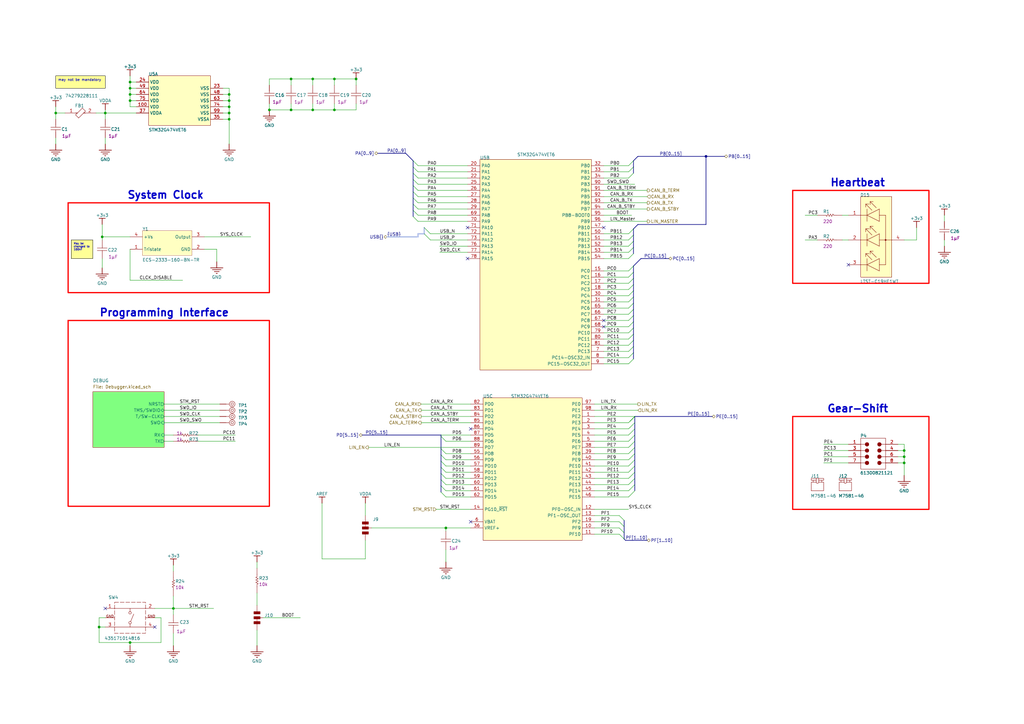
<source format=kicad_sch>
(kicad_sch (version 20250114) (generator "eeschema") (generator_version "9.0")
  (paper "User" 419.989 297.002)
  (title_block (title "ARDEP µC Implementation"))
  (rectangle (start 110.49 131.445) (end 27.94 207.645) (stroke (width 0.508) (color 255 0 0 1)))
  (rectangle (start 381 78.105) (end 325.12 116.205) (stroke (width 0.508) (color 255 0 0 1)))
  (rectangle (start 110.49 83.185) (end 27.94 120.015) (stroke (width 0.508) (color 255 0 0 1)))
  (rectangle (start 381 170.815) (end 325.12 208.915) (stroke (width 0.508) (color 255 0 0 1)))
  (text "Gear-Shift" (at 339.09 169.545 0) (effects (font (size 3.048 3.048) (thickness 0.6096) (bold yes)) (justify left bottom)))
  (text "Programming Interface" (at 40.64 130.175 0) (effects (font (size 3.048 3.048) (thickness 0.6096) (bold yes)) (justify left bottom)))
  (text "Heartbeat" (at 340.36 76.835 0) (effects (font (size 3.048 3.048) (thickness 0.6096) (bold yes)) (justify left bottom)))
  (text "Text" (at 234.95 -4.445 0) (effects (font (size 1.27 1.27)) (justify left bottom)))
  (text "System Clock" (at 52.07 81.915 0) (effects (font (size 3.048 3.048) (thickness 0.6096) (bold yes)) (justify left bottom)))
  (text_box "May be changed to 100nF" (at 38.1 98.425 0) (size -8.89 7.62) (margins 0.9525 0.9525 0.9525 0.9525) (stroke (width 0) (color 0 0 0 1)) (fill (type color) (color 255 255 150 1)) (effects (font (size 0.762 0.762)) (justify left top)))
  (text_box "may not be mandatory" (at 43.18 31.115 0) (size -20.32 5.08) (margins 0.9525 0.9525 0.9525 0.9525) (stroke (width 0) (color 0 0 0 1)) (fill (type color) (color 255 255 150 1)) (effects (font (size 1.016 1.016)) (justify left top)))
  (junction (at 119.38 32.385))
  (junction (at 110.49 45.085))
  (junction (at 289.56 64.135))
  (junction (at 53.34 38.735))
  (junction (at 370.84 189.865))
  (junction (at 43.18 46.355))
  (junction (at 370.84 187.325))
  (junction (at 93.98 38.735))
  (junction (at 53.34 36.195))
  (junction (at 41.91 97.155))
  (junction (at 137.16 45.085))
  (junction (at 146.05 32.385))
  (junction (at 71.12 249.555))
  (junction (at 93.98 48.895))
  (junction (at 119.38 45.085))
  (junction (at 93.98 41.275))
  (junction (at 53.34 41.275))
  (junction (at 53.34 263.525))
  (junction (at 128.27 45.085))
  (junction (at 93.98 46.355))
  (junction (at 137.16 32.385))
  (junction (at 22.86 46.355))
  (junction (at 53.34 33.655))
  (junction (at 128.27 32.385))
  (junction (at 370.84 184.785))
  (junction (at 40.64 257.175))
  (junction (at 182.88 216.535))
  (junction (at 93.98 43.815))
  (no_connect (at 247.65 93.345))
  (no_connect (at 193.04 213.995))
  (no_connect (at 63.5 257.175))
  (no_connect (at 193.04 175.895))
  (no_connect (at 191.77 106.045))
  (no_connect (at 43.18 249.555))
  (no_connect (at 247.65 131.445))
  (no_connect (at 247.65 133.985))
  (no_connect (at 191.77 93.345))
  (no_connect (at 347.98 108.585))
  (bus_entry (at 260.35 186.055) (size -2 2))
  (bus_entry (at 169.45 65.945) (size 2 2))
  (bus_entry (at 259.81 116.745) (size -2 2))
  (bus_entry (at 180.88 196.755) (size 2 2))
  (bus_entry (at 259.81 144.685) (size -2 2))
  (bus_entry (at 259.81 96.425) (size -2 2))
  (bus_entry (at 256 215.995) (size -2 -2))
  (bus_entry (at 260.35 173.355) (size -2 2))
  (bus_entry (at 176.53 98.425) (size -2.54 -2.54))
  (bus_entry (at 180.88 178.975) (size 2 2))
  (bus_entry (at 259.81 68.485) (size -2 2))
  (bus_entry (at 180.88 186.595) (size 2 2))
  (bus_entry (at 259.81 137.065) (size -2 2))
  (bus_entry (at 259.81 147.225) (size -2 2))
  (bus_entry (at 260.35 201.295) (size -2 2))
  (bus_entry (at 180.88 189.135) (size 2 2))
  (bus_entry (at 180.88 194.215) (size 2 2))
  (bus_entry (at 256 218.535) (size -2 -2))
  (bus_entry (at 171.45 73.025) (size -2 -2))
  (bus_entry (at 169.45 88.805) (size 2 2))
  (bus_entry (at 169.45 86.265) (size 2 2))
  (bus_entry (at 260.35 170.815) (size -2 2))
  (bus_entry (at 176.53 95.885) (size -2.54 -2.54))
  (bus_entry (at 259.81 134.525) (size -2 2))
  (bus_entry (at 260.35 196.215) (size -2 2))
  (bus_entry (at 180.88 184.055) (size 2 2))
  (bus_entry (at 260.35 198.755) (size -2 2))
  (bus_entry (at 259.81 129.445) (size -2 2))
  (bus_entry (at 259.81 101.505) (size -2 2))
  (bus_entry (at 259.81 104.045) (size -2 2))
  (bus_entry (at 260.35 180.975) (size -2 2))
  (bus_entry (at 169.45 78.645) (size 2 2))
  (bus_entry (at 259.81 98.965) (size -2 2))
  (bus_entry (at 259.81 124.365) (size -2 2))
  (bus_entry (at 259.81 119.285) (size -2 2))
  (bus_entry (at 259.81 114.205) (size -2 2))
  (bus_entry (at 171.45 70.485) (size -2 -2))
  (bus_entry (at 260.35 170.815) (size -2 2))
  (bus_entry (at 259.81 111.665) (size -2 2))
  (bus_entry (at 259.81 109.125) (size -2 2))
  (bus_entry (at 260.35 191.135) (size -2 2))
  (bus_entry (at 259.81 131.985) (size -2 2))
  (bus_entry (at 180.88 201.835) (size 2 2))
  (bus_entry (at 260.35 188.595) (size -2 2))
  (bus_entry (at 180.88 191.675) (size 2 2))
  (bus_entry (at 180.88 199.295) (size 2 2))
  (bus_entry (at 169.45 76.105) (size 2 2))
  (bus_entry (at 169.45 81.185) (size 2 2))
  (bus_entry (at 259.81 71.025) (size -2 2))
  (bus_entry (at 256 213.455) (size -2 -2))
  (bus_entry (at 260.35 175.895) (size -2 2))
  (bus_entry (at 259.81 93.885) (size -2 2))
  (bus_entry (at 259.81 65.945) (size -2 2))
  (bus_entry (at 259.81 121.825) (size -2 2))
  (bus_entry (at 171.45 75.565) (size -2 -2))
  (bus_entry (at 260.35 178.435) (size -2 2))
  (bus_entry (at 259.81 142.145) (size -2 2))
  (bus_entry (at 260.35 193.675) (size -2 2))
  (bus_entry (at 260.35 183.515) (size -2 2))
  (bus_entry (at 259.81 139.605) (size -2 2))
  (bus_entry (at 259.81 126.905) (size -2 2))
  (bus_entry (at 169.45 83.725) (size 2 2))
  (bus_entry (at 256 221.075) (size -2 -2))
  (wire (pts (xy 265.43 80.645) (xy 247.65 80.645)))
  (wire (pts (xy 247.65 133.985) (xy 257.81 133.985)))
  (wire (pts (xy 66.04 263.525) (xy 66.04 253.365)))
  (wire (pts (xy 347.98 184.785) (xy 337.82 184.785)))
  (bus (pts (xy 261.62 64.135) (xy 259.81 65.945)) (stroke (width 0.254)))
  (wire (pts (xy 71.12 180.975) (xy 67.31 180.975)))
  (wire (pts (xy 257.81 198.755) (xy 243.84 198.755)))
  (wire (pts (xy 258.35 200.755) (xy 257.81 201.295)))
  (wire (pts (xy 247.65 103.505) (xy 257.81 103.505)))
  (wire (pts (xy 258.35 190.595) (xy 257.81 191.135)))
  (wire (pts (xy 247.65 128.905) (xy 257.81 128.905)))
  (bus (pts (xy 260.35 201.295) (xy 260.35 198.755)) (stroke (width 0.254)))
  (bus (pts (xy 259.81 129.445) (xy 259.81 131.985)) (stroke (width 0.254)))
  (wire (pts (xy 26.67 46.355) (xy 22.86 46.355)))
  (wire (pts (xy 93.98 36.195) (xy 91.44 36.195)))
  (wire (pts (xy 110.49 34.925) (xy 110.49 32.385)))
  (wire (pts (xy 172.72 170.815) (xy 193.04 170.815)))
  (bus (pts (xy 259.81 119.285) (xy 259.81 121.825)) (stroke (width 0.254)))
  (wire (pts (xy 243.84 168.275) (xy 261.62 168.275)))
  (wire (pts (xy 22.86 56.515) (xy 22.86 59.055)))
  (wire (pts (xy 88.9 102.235) (xy 83.82 102.235)))
  (wire (pts (xy 370.84 184.785) (xy 370.84 182.245)))
  (bus (pts (xy 180.88 184.055) (xy 180.88 186.595)) (stroke (width 0.254)))
  (wire (pts (xy 151.13 183.515) (xy 193.04 183.515)))
  (wire (pts (xy 71.12 249.555) (xy 63.5 249.555)))
  (bus (pts (xy 260.35 178.435) (xy 260.35 175.895)) (stroke (width 0.254)))
  (bus (pts (xy 259.81 93.885) (xy 259.81 96.425)) (stroke (width 0.254)))
  (bus (pts (xy 289.56 64.135) (xy 289.56 92.075)) (stroke (width 0.254)))
  (wire (pts (xy 347.98 98.425) (xy 345.44 98.425)))
  (bus (pts (xy 259.81 124.365) (xy 259.81 126.905)) (stroke (width 0.254)))
  (wire (pts (xy 191.77 78.105) (xy 171.45 78.105)))
  (wire (pts (xy 88.9 107.315) (xy 88.9 102.235)))
  (wire (pts (xy 193.04 196.215) (xy 182.88 196.215)))
  (wire (pts (xy 146.05 32.385) (xy 146.05 34.925)))
  (bus (pts (xy 260.35 191.135) (xy 260.35 188.595)) (stroke (width 0.254)))
  (wire (pts (xy 191.77 83.185) (xy 171.45 83.185)))
  (wire (pts (xy 347.98 88.265) (xy 345.44 88.265)))
  (wire (pts (xy 387.35 100.965) (xy 387.35 98.425)))
  (bus (pts (xy 259.81 116.745) (xy 259.81 119.285)) (stroke (width 0.254)))
  (wire (pts (xy 258.35 198.215) (xy 257.81 198.755)))
  (wire (pts (xy 53.34 36.195) (xy 53.34 38.735)))
  (wire (pts (xy 55.88 41.275) (xy 53.34 41.275)))
  (wire (pts (xy 93.98 41.275) (xy 91.44 41.275)))
  (wire (pts (xy 193.04 168.275) (xy 172.72 168.275)))
  (bus (pts (xy 297.18 64.135) (xy 289.56 64.135)) (stroke (width 0.254)))
  (wire (pts (xy 191.77 88.265) (xy 171.45 88.265)))
  (bus (pts (xy 289.56 64.135) (xy 261.62 64.135)) (stroke (width 0.254)))
  (wire (pts (xy 71.12 249.555) (xy 71.12 244.475)))
  (bus (pts (xy 256 213.455) (xy 256 215.995)) (stroke (width 0.254)))
  (wire (pts (xy 247.65 73.025) (xy 257.81 73.025)))
  (bus (pts (xy 259.81 134.525) (xy 259.81 137.065)) (stroke (width 0.254)))
  (bus (pts (xy 169.45 78.645) (xy 169.45 76.105)) (stroke (width 0.254)))
  (wire (pts (xy 93.98 48.895) (xy 93.98 46.355)))
  (wire (pts (xy 257.81 203.835) (xy 243.84 203.835)))
  (bus (pts (xy 173.99 95.885) (xy 173.99 93.345)) (stroke (width 0.508) (color 173 188 231 1)))
  (wire (pts (xy 347.98 187.325) (xy 337.82 187.325)))
  (wire (pts (xy 66.04 253.365) (xy 63.5 253.365)))
  (wire (pts (xy 137.16 45.085) (xy 146.05 45.085)))
  (wire (pts (xy 247.65 139.065) (xy 257.81 139.065)))
  (bus (pts (xy 169.45 65.945) (xy 166.37 62.865)) (stroke (width 0.254)))
  (bus (pts (xy 256 218.535) (xy 256 221.075)) (stroke (width 0.254)))
  (wire (pts (xy 243.84 219.075) (xy 254 219.075)))
  (wire (pts (xy 335.28 88.265) (xy 330.2 88.265)))
  (wire (pts (xy 258.35 193.135) (xy 257.81 193.675)))
  (bus (pts (xy 169.45 81.185) (xy 169.45 78.645)) (stroke (width 0.254)))
  (bus (pts (xy 169.45 86.265) (xy 169.45 83.725)) (stroke (width 0.254)))
  (wire (pts (xy 132.08 229.235) (xy 132.08 206.375)))
  (wire (pts (xy 258.35 185.515) (xy 257.81 186.055)))
  (bus (pts (xy 173.99 95.885) (xy 171.45 95.885)) (stroke (width 0.508) (color 173 188 231 1)))
  (wire (pts (xy 243.84 216.535) (xy 254 216.535)))
  (bus (pts (xy 259.81 111.665) (xy 259.81 114.205)) (stroke (width 0.254)))
  (bus (pts (xy 180.88 199.295) (xy 180.88 201.835)) (stroke (width 0.254)))
  (bus (pts (xy 259.81 144.685) (xy 259.81 147.225)) (stroke (width 0.254)))
  (wire (pts (xy 182.88 216.535) (xy 182.88 217.805)))
  (wire (pts (xy 119.38 32.385) (xy 128.27 32.385)))
  (wire (pts (xy 193.04 198.755) (xy 182.88 198.755)))
  (wire (pts (xy 93.98 46.355) (xy 93.98 43.815)))
  (bus (pts (xy 260.35 183.515) (xy 260.35 180.975)) (stroke (width 0.254)))
  (wire (pts (xy 53.34 264.795) (xy 53.34 263.525)))
  (wire (pts (xy 119.38 45.085) (xy 128.27 45.085)))
  (wire (pts (xy 191.77 80.645) (xy 171.45 80.645)))
  (wire (pts (xy 243.84 208.915) (xy 257.81 208.915)))
  (wire (pts (xy 193.04 165.735) (xy 172.72 165.735)))
  (wire (pts (xy 128.27 45.085) (xy 128.27 42.545)))
  (wire (pts (xy 247.65 111.125) (xy 257.81 111.125)))
  (wire (pts (xy 137.16 32.385) (xy 146.05 32.385)))
  (bus (pts (xy 260.35 193.675) (xy 260.35 191.135)) (stroke (width 0.254)))
  (wire (pts (xy 247.65 67.945) (xy 257.81 67.945)))
  (wire (pts (xy 90.17 168.275) (xy 67.31 168.275)))
  (wire (pts (xy 387.35 88.265) (xy 387.35 90.805)))
  (bus (pts (xy 259.81 142.145) (xy 259.81 144.685)) (stroke (width 0.254)))
  (wire (pts (xy 247.65 118.745) (xy 257.81 118.745)))
  (wire (pts (xy 247.65 113.665) (xy 257.81 113.665)))
  (bus (pts (xy 260.35 196.215) (xy 260.35 193.675)) (stroke (width 0.254)))
  (wire (pts (xy 83.82 97.155) (xy 102.87 97.155)))
  (wire (pts (xy 257.81 106.045) (xy 247.65 106.045)))
  (wire (pts (xy 193.04 201.295) (xy 182.88 201.295)))
  (wire (pts (xy 105.41 258.445) (xy 105.41 264.795)))
  (bus (pts (xy 158.75 97.155) (xy 171.45 97.155)) (stroke (width 0.508) (color 173 188 231 1)))
  (bus (pts (xy 256.54 221.615) (xy 265.43 221.615)) (stroke (width 0.254)))
  (wire (pts (xy 43.18 257.175) (xy 40.64 257.175)))
  (wire (pts (xy 41.91 109.855) (xy 41.91 106.045)))
  (bus (pts (xy 169.45 88.805) (xy 169.45 86.265)) (stroke (width 0.254)))
  (wire (pts (xy 347.98 182.245) (xy 337.82 182.245)))
  (wire (pts (xy 182.88 216.535) (xy 193.04 216.535)))
  (wire (pts (xy 258.35 195.675) (xy 257.81 196.215)))
  (wire (pts (xy 254 211.455) (xy 243.84 211.455)))
  (wire (pts (xy 93.98 48.895) (xy 91.44 48.895)))
  (wire (pts (xy 370.84 187.325) (xy 370.84 184.785)))
  (wire (pts (xy 93.98 38.735) (xy 91.44 38.735)))
  (bus (pts (xy 169.45 76.105) (xy 169.45 73.565)) (stroke (width 0.254)))
  (bus (pts (xy 169.45 71.025) (xy 169.45 68.485)) (stroke (width 0.254)))
  (wire (pts (xy 370.84 184.785) (xy 368.3 184.785)))
  (wire (pts (xy 90.17 173.355) (xy 67.31 173.355)))
  (wire (pts (xy 375.92 93.345) (xy 375.92 98.425)))
  (bus (pts (xy 259.81 137.065) (xy 259.81 139.605)) (stroke (width 0.254)))
  (wire (pts (xy 53.34 114.935) (xy 74.93 114.935)))
  (wire (pts (xy 93.98 43.815) (xy 91.44 43.815)))
  (wire (pts (xy 247.65 131.445) (xy 257.81 131.445)))
  (bus (pts (xy 180.88 178.975) (xy 180.88 184.055)) (stroke (width 0.254)))
  (wire (pts (xy 110.49 42.545) (xy 110.49 45.085)))
  (wire (pts (xy 247.65 141.605) (xy 257.81 141.605)))
  (wire (pts (xy 93.98 59.055) (xy 93.98 48.895)))
  (wire (pts (xy 53.34 43.815) (xy 55.88 43.815)))
  (bus (pts (xy 259.81 126.905) (xy 259.81 129.445)) (stroke (width 0.254)))
  (wire (pts (xy 40.64 263.525) (xy 53.34 263.525)))
  (wire (pts (xy 247.65 149.225) (xy 257.81 149.225)))
  (bus (pts (xy 171.45 95.885) (xy 171.45 97.155)) (stroke (width 0.508) (color 173 188 231 1)))
  (wire (pts (xy 247.65 90.805) (xy 265.43 90.805)))
  (wire (pts (xy 191.77 85.725) (xy 171.45 85.725)))
  (wire (pts (xy 96.52 178.435) (xy 81.28 178.435)))
  (wire (pts (xy 265.43 85.725) (xy 247.65 85.725)))
  (wire (pts (xy 93.98 46.355) (xy 91.44 46.355)))
  (wire (pts (xy 243.84 175.895) (xy 257.81 175.895)))
  (wire (pts (xy 258.35 182.975) (xy 257.81 183.515)))
  (wire (pts (xy 193.04 193.675) (xy 182.88 193.675)))
  (wire (pts (xy 258.35 188.055) (xy 257.81 188.595)))
  (wire (pts (xy 43.18 253.365) (xy 40.64 253.365)))
  (wire (pts (xy 243.84 173.355) (xy 257.81 173.355)))
  (wire (pts (xy 265.43 83.185) (xy 247.65 83.185)))
  (wire (pts (xy 335.28 98.425) (xy 330.2 98.425)))
  (wire (pts (xy 110.49 45.085) (xy 119.38 45.085)))
  (wire (pts (xy 93.98 43.815) (xy 93.98 41.275)))
  (wire (pts (xy 193.04 173.355) (xy 172.72 173.355)))
  (wire (pts (xy 119.38 32.385) (xy 119.38 34.925)))
  (wire (pts (xy 43.18 59.055) (xy 43.18 56.515)))
  (wire (pts (xy 257.81 196.215) (xy 243.84 196.215)))
  (wire (pts (xy 53.34 33.655) (xy 55.88 33.655)))
  (wire (pts (xy 93.98 41.275) (xy 93.98 38.735)))
  (wire (pts (xy 182.88 230.505) (xy 182.88 225.425)))
  (wire (pts (xy 43.18 46.355) (xy 43.18 48.895)))
  (wire (pts (xy 41.91 97.155) (xy 41.91 92.075)))
  (bus (pts (xy 259.81 139.605) (xy 259.81 142.145)) (stroke (width 0.254)))
  (bus (pts (xy 256 221.075) (xy 256.54 221.615)) (stroke (width 0.254)))
  (wire (pts (xy 149.86 206.375) (xy 149.86 211.455)))
  (wire (pts (xy 105.41 243.205) (xy 105.41 248.285)))
  (bus (pts (xy 180.88 191.675) (xy 180.88 194.215)) (stroke (width 0.254)))
  (wire (pts (xy 22.86 46.355) (xy 22.86 43.815)))
  (wire (pts (xy 128.27 45.085) (xy 137.16 45.085)))
  (bus (pts (xy 259.81 114.205) (xy 259.81 116.745)) (stroke (width 0.254)))
  (wire (pts (xy 257.81 180.975) (xy 243.84 180.975)))
  (bus (pts (xy 260.35 180.975) (xy 260.35 178.435)) (stroke (width 0.254)))
  (wire (pts (xy 53.34 33.655) (xy 53.34 36.195)))
  (wire (pts (xy 71.12 249.555) (xy 87.63 249.555)))
  (wire (pts (xy 247.65 146.685) (xy 257.81 146.685)))
  (wire (pts (xy 247.65 121.285) (xy 257.81 121.285)))
  (wire (pts (xy 178.922 208.915) (xy 193.04 208.915)))
  (wire (pts (xy 149.86 229.235) (xy 132.08 229.235)))
  (wire (pts (xy 370.84 182.245) (xy 368.3 182.245)))
  (bus (pts (xy 148.59 178.435) (xy 180.88 178.435)) (stroke (width 0.254)))
  (bus (pts (xy 169.45 73.565) (xy 169.45 71.025)) (stroke (width 0.254)))
  (wire (pts (xy 137.16 45.085) (xy 137.16 42.545)))
  (bus (pts (xy 180.88 178.435) (xy 180.88 178.975)) (stroke (width 0.254)))
  (wire (pts (xy 40.64 257.175) (xy 40.64 263.525)))
  (wire (pts (xy 149.86 221.615) (xy 149.86 229.235)))
  (wire (pts (xy 40.64 253.365) (xy 40.64 257.175)))
  (wire (pts (xy 128.27 32.385) (xy 128.27 34.925)))
  (bus (pts (xy 259.81 101.505) (xy 259.81 104.045)) (stroke (width 0.254)))
  (wire (pts (xy 247.65 144.145) (xy 257.81 144.145)))
  (wire (pts (xy 53.34 41.275) (xy 53.34 43.815)))
  (bus (pts (xy 260.35 198.755) (xy 260.35 196.215)) (stroke (width 0.254)))
  (wire (pts (xy 254 213.995) (xy 243.84 213.995)))
  (wire (pts (xy 243.84 165.735) (xy 261.62 165.735)))
  (wire (pts (xy 247.65 100.965) (xy 257.81 100.965)))
  (wire (pts (xy 71.12 252.095) (xy 71.12 249.555)))
  (wire (pts (xy 71.12 264.795) (xy 71.12 259.715)))
  (wire (pts (xy 137.16 32.385) (xy 137.16 34.925)))
  (wire (pts (xy 191.77 103.505) (xy 180.34 103.505)))
  (bus (pts (xy 274.32 106.045) (xy 262.89 106.045)) (stroke (width 0.254)))
  (bus (pts (xy 180.88 194.215) (xy 180.88 196.755)) (stroke (width 0.254)))
  (bus (pts (xy 256 215.995) (xy 256 218.535)) (stroke (width 0.254)))
  (wire (pts (xy 81.28 180.975) (xy 96.52 180.975)))
  (wire (pts (xy 53.34 263.525) (xy 66.04 263.525)))
  (wire (pts (xy 90.17 165.735) (xy 67.31 165.735)))
  (wire (pts (xy 193.04 203.835) (xy 182.88 203.835)))
  (wire (pts (xy 347.98 189.865) (xy 337.82 189.865)))
  (bus (pts (xy 180.88 186.595) (xy 180.88 189.135)) (stroke (width 0.254)))
  (wire (pts (xy 105.41 230.505) (xy 105.41 233.045)))
  (wire (pts (xy 191.77 73.025) (xy 171.45 73.025)))
  (wire (pts (xy 53.34 38.735) (xy 53.34 41.275)))
  (wire (pts (xy 71.12 231.775) (xy 71.12 234.315)))
  (wire (pts (xy 257.81 186.055) (xy 243.84 186.055)))
  (wire (pts (xy 375.92 98.425) (xy 370.84 98.425)))
  (bus (pts (xy 180.88 196.755) (xy 180.88 199.295)) (stroke (width 0.254)))
  (wire (pts (xy 191.77 90.805) (xy 171.45 90.805)))
  (bus (pts (xy 259.81 98.965) (xy 259.81 101.505)) (stroke (width 0.254)))
  (wire (pts (xy 191.77 75.565) (xy 171.45 75.565)))
  (bus (pts (xy 259.81 131.985) (xy 259.81 134.525)) (stroke (width 0.254)))
  (bus (pts (xy 259.81 109.125) (xy 259.81 111.665)) (stroke (width 0.254)))
  (wire (pts (xy 257.81 201.295) (xy 243.84 201.295)))
  (bus (pts (xy 261.62 92.075) (xy 259.81 93.885)) (stroke (width 0.254)))
  (wire (pts (xy 243.84 170.815) (xy 260.35 170.815)))
  (wire (pts (xy 247.65 88.265) (xy 259.08 88.265)))
  (wire (pts (xy 257.81 193.675) (xy 243.84 193.675)))
  (wire (pts (xy 370.84 189.865) (xy 368.3 189.865)))
  (wire (pts (xy 247.65 136.525) (xy 257.81 136.525)))
  (wire (pts (xy 247.65 126.365) (xy 257.81 126.365)))
  (wire (pts (xy 257.81 175.895) (xy 258.35 175.355)))
  (wire (pts (xy 258.35 177.895) (xy 257.81 178.435)))
  (bus (pts (xy 262.89 106.045) (xy 259.81 109.125)) (stroke (width 0.254)))
  (wire (pts (xy 41.91 98.425) (xy 41.91 97.155)))
  (wire (pts (xy 257.81 191.135) (xy 243.84 191.135)))
  (wire (pts (xy 110.49 32.385) (xy 119.38 32.385)))
  (wire (pts (xy 257.81 173.355) (xy 258.35 172.815)))
  (bus (pts (xy 169.45 83.725) (xy 169.45 81.185)) (stroke (width 0.254)))
  (wire (pts (xy 43.18 46.355) (xy 55.88 46.355)))
  (bus (pts (xy 169.45 68.485) (xy 169.45 65.945)) (stroke (width 0.254)))
  (bus (pts (xy 260.35 173.355) (xy 260.35 170.815)) (stroke (width 0.254)))
  (wire (pts (xy 93.98 38.735) (xy 93.98 36.195)))
  (bus (pts (xy 260.35 188.595) (xy 260.35 186.055)) (stroke (width 0.254)))
  (wire (pts (xy 247.65 70.485) (xy 257.81 70.485)))
  (wire (pts (xy 370.84 187.325) (xy 368.3 187.325)))
  (bus (pts (xy 260.35 186.055) (xy 260.35 183.515)) (stroke (width 0.254)))
  (wire (pts (xy 257.81 98.425) (xy 247.65 98.425)))
  (wire (pts (xy 176.53 95.885) (xy 191.77 95.885)))
  (wire (pts (xy 370.84 194.945) (xy 370.84 189.865)))
  (wire (pts (xy 247.65 116.205) (xy 257.81 116.205)))
  (wire (pts (xy 258.35 203.295) (xy 257.81 203.835)))
  (wire (pts (xy 128.27 32.385) (xy 137.16 32.385)))
  (wire (pts (xy 193.04 191.135) (xy 182.88 191.135)))
  (wire (pts (xy 22.86 48.895) (xy 22.86 46.355)))
  (wire (pts (xy 53.34 38.735) (xy 55.88 38.735)))
  (wire (pts (xy 53.34 31.115) (xy 53.34 33.655)))
  (wire (pts (xy 176.53 98.425) (xy 191.77 98.425)))
  (wire (pts (xy 370.84 189.865) (xy 370.84 187.325)))
  (wire (pts (xy 43.18 46.355) (xy 43.18 45.085)))
  (bus (pts (xy 259.81 96.425) (xy 259.81 98.965)) (stroke (width 0.254)))
  (wire (pts (xy 257.81 178.435) (xy 243.84 178.435)))
  (wire (pts (xy 193.04 178.435) (xy 180.88 178.435)))
  (wire (pts (xy 265.43 78.105) (xy 247.65 78.105)))
  (wire (pts (xy 193.04 188.595) (xy 182.88 188.595)))
  (wire (pts (xy 191.77 100.965) (xy 180.34 100.965)))
  (bus (pts (xy 259.81 121.825) (xy 259.81 124.365)) (stroke (width 0.254)))
  (wire (pts (xy 258.35 180.435) (xy 257.81 180.975)))
  (wire (pts (xy 193.04 186.055) (xy 182.88 186.055)))
  (wire (pts (xy 257.81 188.595) (xy 243.84 188.595)))
  (wire (pts (xy 119.38 45.085) (xy 119.38 42.545)))
  (bus (pts (xy 166.37 62.865) (xy 154.94 62.865)) (stroke (width 0.254)))
  (bus (pts (xy 259.81 65.945) (xy 259.81 68.485)) (stroke (width 0.254)))
  (wire (pts (xy 152.4 216.535) (xy 182.88 216.535)))
  (wire (pts (xy 260.35 75.565) (xy 247.65 75.565)))
  (bus (pts (xy 180.88 189.135) (xy 180.88 191.675)) (stroke (width 0.254)))
  (wire (pts (xy 193.04 180.975) (xy 182.88 180.975)))
  (bus (pts (xy 259.81 68.485) (xy 259.81 71.025)) (stroke (width 0.254)))
  (wire (pts (xy 191.77 67.945) (xy 171.45 67.945)))
  (wire (pts (xy 247.65 95.885) (xy 257.81 95.885)))
  (bus (pts (xy 260.35 170.815) (xy 292.1 170.815)) (stroke (width 0.254)))
  (wire (pts (xy 191.77 70.485) (xy 171.45 70.485)))
  (wire (pts (xy 90.17 170.815) (xy 67.31 170.815)))
  (wire (pts (xy 39.37 46.355) (xy 43.18 46.355)))
  (wire (pts (xy 247.65 123.825) (xy 257.81 123.825)))
  (bus (pts (xy 289.56 92.075) (xy 261.62 92.075)) (stroke (width 0.254)))
  (wire (pts (xy 146.05 45.085) (xy 146.05 42.545)))
  (wire (pts (xy 41.91 97.155) (xy 53.34 97.155)))
  (bus (pts (xy 260.35 175.895) (xy 260.35 173.355)) (stroke (width 0.254)))
  (wire (pts (xy 53.34 102.235) (xy 53.34 114.935)))
  (wire (pts (xy 55.88 36.195) (xy 53.34 36.195)))
  (wire (pts (xy 257.81 183.515) (xy 243.84 183.515)))
  (wire (pts (xy 67.31 178.435) (xy 71.12 178.435)))
  (wire (pts (xy 107.95 253.365) (xy 123.19 253.365)))
  (label "PC10" (at 96.52 178.435 180))
  (label "PA3" (at 331.47 98.425 0))
  (label "PE7" (at 248.92 183.515 0))
  (label "PE10" (at 248.92 191.135 0))
  (label "PC10" (at 248.92 136.525 0))
  (label "CAN_B_STBY" (at 248.92 85.725 0))
  (label "PA3" (at 175.26 75.565 0))
  (label "PC13" (at 337.82 184.785 0))
  (label "STM_RST" (at 73.66 165.735 0))
  (label "PA1" (at 175.26 70.485 0))
  (label "PF9" (at 246.38 216.535 0))
  (label "PB1" (at 250.19 70.485 0))
  (label "SYS_CLCK" (at 90.17 97.155 0))
  (label "CAN_A_RX" (at 176.53 165.735 0))
  (label "PE[0..15]" (at 281.94 170.815 0))
  (label "PC14" (at 248.92 146.685 0))
  (label "PE4" (at 337.82 182.245 0))
  (label "PC11" (at 248.92 139.065 0))
  (label "USB_P" (at 180.34 98.425 0))
  (label "USB_N" (at 180.34 95.885 0))
  (label "PA7" (at 175.26 85.725 0))
  (label "SYS_CLCK" (at 257.81 208.915 0))
  (label "PE5" (at 248.92 178.435 0))
  (label "BOOT" (at 252.73 88.265 0))
  (label "LIN_RX" (at 246.38 168.275 0))
  (label "PC13" (at 248.92 144.145 0))
  (label "PE4" (at 248.92 175.895 0))
  (label "PD15" (at 185.42 203.835 0))
  (label "BOOT" (at 115.57 253.365 0))
  (label "PE8" (at 248.92 186.055 0))
  (label "PA4" (at 175.26 78.105 0))
  (label "PA6" (at 175.26 83.185 0))
  (label "PF2" (at 246.38 213.995 0))
  (label "PB[0..15]" (at 270.51 64.135 0))
  (label "CAN_A_TERM" (at 176.53 173.355 0))
  (label "SWD_CLK" (at 73.66 170.815 0))
  (label "PE3" (at 248.92 173.355 0))
  (label "PA0" (at 175.26 67.945 0))
  (label "PD9" (at 185.42 188.595 0))
  (label "PB14" (at 250.19 103.505 0))
  (label "CAN_B_RX" (at 250.19 80.645 0))
  (label "PE9" (at 248.92 188.595 0))
  (label "PB11" (at 250.19 95.885 0))
  (label "PC1" (at 337.82 187.325 0))
  (label "PA9" (at 175.26 90.805 0))
  (label "PE6" (at 248.92 180.975 0))
  (label "PF[1..10]" (at 256.54 221.615 0))
  (label "PC8" (at 248.92 131.445 0))
  (label "PE14" (at 248.92 201.295 0))
  (label "LIN_TX" (at 246.38 165.735 0))
  (label "PC15" (at 248.92 149.225 0))
  (label "PF1" (at 246.38 211.455 0))
  (label "PD5" (at 185.42 178.435 0))
  (label "PC0" (at 248.92 111.125 0))
  (label "PC11" (at 96.52 180.975 180))
  (label "PA2" (at 175.26 73.025 0))
  (label "LIN_Master" (at 250.19 90.805 0))
  (label "PD11" (at 185.42 193.675 0))
  (label "PC3" (at 248.92 118.745 0))
  (label "PE2" (at 248.92 170.815 0))
  (label "SWD_CLK" (at 180.34 103.505 0))
  (label "PB15" (at 250.19 106.045 0))
  (label "PB12" (at 250.19 98.425 0))
  (label "PE13" (at 248.92 198.755 0))
  (label "PC[0..15]" (at 264.16 106.045 0))
  (label "{USB}" (at 158.75 97.155 0))
  (label "PD12" (at 185.42 196.215 0))
  (label "PF1" (at 337.82 189.865 0))
  (label "PC2" (at 248.92 116.205 0))
  (label "PD8" (at 185.42 186.055 0))
  (label "PD10" (at 185.42 191.135 0))
  (label "PD6" (at 185.42 180.975 0))
  (label "STM_RST" (at 77.47 249.555 0))
  (label "PE15" (at 248.92 203.835 0))
  (label "CAN_B_TX" (at 250.19 83.185 0))
  (label "PD14" (at 185.42 201.295 0))
  (label "PC5" (at 248.92 123.825 0))
  (label "SWD_SWO" (at 73.66 173.355 0))
  (label "SWD_IO" (at 180.34 100.965 0))
  (label "SWD_SWO" (at 248.92 75.565 0))
  (label "PC1" (at 248.92 113.665 0))
  (label "PA5" (at 175.26 80.645 0))
  (label "PC3" (at 331.47 88.265 0))
  (label "CAN_A_TX" (at 176.53 168.275 0))
  (label "PC9" (at 248.92 133.985 0))
  (label "PE11" (at 248.92 193.675 0))
  (label "PC6" (at 248.92 126.365 0))
  (label "PA[0..9]" (at 158.75 62.865 0))
  (label "PB0" (at 250.19 67.945 0))
  (label "PC7" (at 248.92 128.905 0))
  (label "PE12" (at 248.92 196.215 0))
  (label "PA8" (at 175.26 88.265 0))
  (label "PC12" (at 248.92 141.605 0))
  (label "PC4" (at 248.92 121.285 0))
  (label "PB13" (at 250.19 100.965 0))
  (label "LIN_EN" (at 157.48 183.515 0))
  (label "SWD_IO" (at 73.66 168.275 0))
  (label "STM_RST" (at 180.34 208.915 0))
  (label "CAN_B_TERM" (at 248.92 78.105 0))
  (label "CLCK_DISABLE" (at 57.15 114.935 0))
  (label "PF10" (at 246.38 219.075 0))
  (label "PD13" (at 185.42 198.755 0))
  (label "PD[5..15]" (at 149.86 178.435 0))
  (label "CAN_A_STBY" (at 176.53 170.815 0))
  (label "PB2" (at 250.19 73.025 0))
  (hierarchical_label "CAN_B_STBY" (shape output) (at 265.43 85.725 0))
  (hierarchical_label "LIN_RX" (shape input) (at 261.62 168.275 0))
  (hierarchical_label "LIN_MASTER" (shape output) (at 265.43 90.805 0))
  (hierarchical_label "CAN_B_TX" (shape output) (at 265.43 83.185 0))
  (hierarchical_label "PD[5..15]" (shape bidirectional) (at 148.59 178.435 180))
  (hierarchical_label "STM_RST" (shape input) (at 178.922 208.915 180))
  (hierarchical_label "CAN_B_RX" (shape input) (at 265.43 80.645 0))
  (hierarchical_label "LIN_TX" (shape output) (at 261.62 165.735 0))
  (hierarchical_label "CAN_A_TX" (shape output) (at 172.72 168.275 180))
  (hierarchical_label "USB{}" (shape bidirectional) (at 158.75 97.155 180))
  (hierarchical_label "LIN_EN" (shape output) (at 151.13 183.515 180))
  (hierarchical_label "CAN_A_STBY" (shape output) (at 172.72 170.815 180))
  (hierarchical_label "PF[1..10]" (shape bidirectional) (at 265.43 221.615 0))
  (hierarchical_label "CAN_B_TERM" (shape output) (at 265.43 78.105 0))
  (hierarchical_label "CAN_A_RX" (shape input) (at 172.72 165.735 180))
  (hierarchical_label "PC[0..15]" (shape bidirectional) (at 274.32 106.045 0))
  (hierarchical_label "PE[0..15]" (shape bidirectional) (at 292.1 170.815 0))
  (hierarchical_label "CAN_A_TERM" (shape output) (at 172.72 173.355 180))
  (hierarchical_label "PB[0..15]" (shape bidirectional) (at 297.18 64.135 0))
  (hierarchical_label "PA[0..9]" (shape bidirectional) (at 154.94 62.865 180))
  (symbol (lib_id "ARDEP2_Mainboard:U_STM32_0_SolderJumper-predefined-Symbol-1_Frickly Systems GmbH") (at 149.86 216.535 0) (unit 1)
    (property "Reference" "J9" (at 152.908 213.741 0) (effects (justify left bottom)))
    (property "Value" "SolderJumper-predefined" (effects (hide yes)))
    (property "Footprint" "SolderJumper-predefined-Footprint-1" (effects (hide yes)))
    (property "Description" "Predefined solder jumper" (effects (hide yes)))
  )
  (symbol (lib_id "ARDEP2_Mainboard:U_STM32_0_96fed8bfca49c3ce045f738f97905b3_Frickly Systems GmbH") (at 55.88 33.655 0) (unit 1)
    (property "Reference" "U5" (at 60.96 31.115 0) (effects (justify left bottom)))
    (property "Value" "STM32G474VET6" (at 60.96 53.975 0) (effects (justify left bottom)))
    (property "Footprint" "FP-LQFP100-1L-IPC_C" (effects (hide yes)))
    (property "Description" "Microcontroller" (effects (hide yes)))
    (property "MAX SUPPLY VOLTAGE" "3.6V" (effects (hide yes)))
    (property "CASE/PACKAGE" "LQFP100" (effects (hide yes)))
    (property "ROHS COMPLIANT" "Yes" (effects (hide yes)))
    (property "MOUNTING TECHNOLOGY" "SMD" (effects (hide yes)))
    (property "MIN OPERATING TEMPERATURE" "-40°C" (effects (hide yes)))
    (property "MIN SUPPLY VOLTAGE" "1.71V" (effects (hide yes)))
    (property "I/OS" "86" (effects (hide yes)))
    (property "PINS" "100" (effects (hide yes)))
    (property "FLASH" "512 kB" (effects (hide yes)))
    (property "MAX OPERATING TEMPERATURE" "85°C" (effects (hide yes)))
  )
  (symbol (lib_id "ARDEP2_Mainboard:U_STM32_1_Capacitor_Frickly Systems GmbH") (at 146.05 42.545 0) (unit 1)
    (property "Reference" "C20" (at 148.336 39.751 0) (effects (justify left bottom)))
    (property "Value" "C-1uF-10%-50V-0603-X5R" (effects (hide yes)))
    (property "Footprint" "C_0603_JB" (effects (hide yes)))
    (property "Description" "Ceramic Capacitor, Multilayer, Ceramic, 50V, 10% +Tol, 10% -Tol, X5R, 15% TC, 1uF, Surface Mount, 0603" (effects (hide yes)))
    (property "CASE/PACKAGE" "0603" (effects (hide yes)))
    (property "MAX OPERATING TEMPERATURE" "85°C" (effects (hide yes)))
    (property "TOLERANCE" "10%" (effects (hide yes)))
    (property "MIN OPERATING TEMPERATURE" "-55°C" (effects (hide yes)))
    (property "TO BE CHECKED" "Yes, Part choices" (effects (hide yes)))
    (property "MOUNT" "Surface Mount" (effects (hide yes)))
    (property "CAPACITANCE" "1µF" (at 147.32 42.545 0) (effects (justify left bottom)))
    (property "TEMPERATURE CHARACTERISTICS CODE" "X5R" (effects (hide yes)))
    (property "RATED DC VOLTAGE (URDC)" "50V" (effects (hide yes)))
    (property "DIELECTRIC MATERIAL" "Ceramic" (effects (hide yes)))
  )
  (symbol (lib_id "ARDEP2_Mainboard:U_STM32_2_mirrored_CMP-001-0001-4_Frickly Systems GmbH") (at 90.17 173.355 0) (unit 1)
    (property "Reference" "TP4" (at 97.79 174.625 0) (effects (justify left bottom)))
    (property "Value" "TPAD6R" (effects (hide yes)))
    (property "Footprint" "TP06R" (effects (hide yes)))
    (property "Description" "0.6mm round" (effects (hide yes)))
    (property "PINS" "1" (effects (hide yes)))
  )
  (symbol (lib_id "ARDEP2_Mainboard:U_STM32_0_Crystal oscillator_Frickly Systems GmbH") (at 58.42 94.615 0) (unit 1)
    (property "Reference" "Y1" (at 58.42 94.615 0) (effects (justify left bottom)))
    (property "Value" "ECS-2333-160-BN-TR" (at 58.42 107.315 0) (effects (justify left bottom)))
    (property "Footprint" "WE-SPXO_CFPS-39" (effects (hide yes)))
    (property "Description" "CMOS Output Clock Oscillator, 16MHz Nom" (effects (hide yes)))
    (property "PINS" "4" (effects (hide yes)))
    (property "MAX OPERATING TEMPERATURE" "85°C" (effects (hide yes)))
    (property "CASE/PACKAGE" "3.2mmx2.5mm" (effects (hide yes)))
    (property "MOUNTING TECHNOLOGY" "SMD" (effects (hide yes)))
    (property "FREQUENCY" "16MHz" (effects (hide yes)))
    (property "ROHS COMPLIANT" "YES" (effects (hide yes)))
    (property "MIN OPERATING TEMPERATURE" "-40°C" (effects (hide yes)))
  )
  (symbol (lib_id "ARDEP2_Mainboard:U_STM32_1_mirrored_Resistor_Frickly Systems GmbH") (at 105.41 240.665 0) (unit 1)
    (property "Reference" "R23" (at 106.172 237.871 0) (effects (justify left bottom)))
    (property "Value" "Resistor 10k +/-1% 0603 100mW" (effects (hide yes)))
    (property "Footprint" "R_0603_JB" (effects (hide yes)))
    (property "Description" "Chip Resistor, 10 KOhm, +/-1%, 0.1 W, -55 to 155 degC, 0603 (1608 Metric)" (effects (hide yes)))
    (property "VOLTAGE RATING" "75V" (effects (hide yes)))
    (property "POWER" "100mW" (effects (hide yes)))
    (property "MAX OPERATING TEMPERATURE" "155°C" (effects (hide yes)))
    (property "ALTIUM_VALUE" "10k" (at 106.172 240.411 0) (effects (justify left bottom)))
    (property "ROHS COMPLIANT" "Yes" (effects (hide yes)))
    (property "MOUNTING TECHNOLOGY" "Surface Mount" (effects (hide yes)))
    (property "MIN OPERATING TEMPERATURE" "-55°C" (effects (hide yes)))
    (property "PINS" "2" (effects (hide yes)))
    (property "CASE/PACKAGE" "0603" (effects (hide yes)))
    (property "TOLERANCE" "1%" (effects (hide yes)))
  )
  (symbol (lib_id "ARDEP2_Mainboard:U_STM32_0_mirrored_2c4e1fdd461916b293eda504ca5a2b6_Altium Content Vault") (at 370.84 98.425 0) (unit 1)
    (property "Reference" "D15" (at 352.806 80.645 0) (effects (justify left bottom)))
    (property "Value" "LTST-C19HE1WT" (at 352.806 116.205 0) (effects (justify left bottom)))
    (property "Footprint" "FP-LTST-C19HE1WT-MFG" (effects (hide yes)))
    (property "Description" "LED RGB DIFFUSED CHIP SMD" (effects (hide yes)))
    (property "NUMBER OF LEDS" "3" (effects (hide yes)))
    (property "MAX OPERATING TEMPERATURE" "80°C" (effects (hide yes)))
    (property "PACKAGING" "Tape and Reel" (effects (hide yes)))
    (property "LENS TRANSPARENCY" "Diffused" (effects (hide yes)))
    (property "TEST CURRENT" "20mA" (effects (hide yes)))
    (property "WIDTH" "1.6mm" (effects (hide yes)))
    (property "LUMINOUS INTENSITY" "180mcd" (effects (hide yes)))
    (property "CASE CODE (METRIC)" "1616" (effects (hide yes)))
    (property "LENS COLOR" "White" (effects (hide yes)))
    (property "HEIGHT" "0.35mm" (effects (hide yes)))
    (property "DOMINANT WAVELENGTH" "470nm" (effects (hide yes)))
    (property "LENS STYLE" "Diffused" (effects (hide yes)))
    (property "COLOR" "Blue" (effects (hide yes)))
    (property "MOUNT" "Surface Mount" (effects (hide yes)))
    (property "PACKAGE QUANTITY" "3000" (effects (hide yes)))
    (property "RADIATION HARDENING" "No" (effects (hide yes)))
    (property "LENGTH" "1.6mm" (effects (hide yes)))
    (property "CASE/PACKAGE" "0606" (effects (hide yes)))
    (property "FORWARD CURRENT" "20mA" (effects (hide yes)))
    (property "REVERSE VOLTAGE" "5V" (effects (hide yes)))
    (property "CASE CODE (IMPERIAL)" "0606" (effects (hide yes)))
    (property "LEAD FREE" "Lead Free" (effects (hide yes)))
    (property "VIEWING ANGLE" "130°" (effects (hide yes)))
    (property "MIN OPERATING TEMPERATURE" "-20°C" (effects (hide yes)))
    (property "FORWARD VOLTAGE" "3.35V" (effects (hide yes)))
    (property "NUMBER OF ELEMENTS" "3" (effects (hide yes)))
    (property "NUMBER OF PINS" "4" (effects (hide yes)))
    (property "DEPTH" "1.6mm" (effects (hide yes)))
  )
  (symbol (lib_id "ARDEP2_Mainboard:U_STM32_1_Capacitor_Frickly Systems GmbH") (at 119.38 42.545 0) (unit 1)
    (property "Reference" "C17" (at 121.666 39.751 0) (effects (justify left bottom)))
    (property "Value" "C-1uF-10%-50V-0603-X5R" (effects (hide yes)))
    (property "Footprint" "C_0603_JB" (effects (hide yes)))
    (property "Description" "Ceramic Capacitor, Multilayer, Ceramic, 50V, 10% +Tol, 10% -Tol, X5R, 15% TC, 1uF, Surface Mount, 0603" (effects (hide yes)))
    (property "CASE/PACKAGE" "0603" (effects (hide yes)))
    (property "MAX OPERATING TEMPERATURE" "85°C" (effects (hide yes)))
    (property "TOLERANCE" "10%" (effects (hide yes)))
    (property "MIN OPERATING TEMPERATURE" "-55°C" (effects (hide yes)))
    (property "TO BE CHECKED" "Yes, Part choices" (effects (hide yes)))
    (property "MOUNT" "Surface Mount" (effects (hide yes)))
    (property "CAPACITANCE" "1µF" (at 120.65 42.545 0) (effects (justify left bottom)))
    (property "TEMPERATURE CHARACTERISTICS CODE" "X5R" (effects (hide yes)))
    (property "RATED DC VOLTAGE (URDC)" "50V" (effects (hide yes)))
    (property "DIELECTRIC MATERIAL" "Ceramic" (effects (hide yes)))
  )
  (symbol (lib_id "ARDEP2_Mainboard:+3v3_BAR") (at 53.34 31.115 180) (unit 1)
    (property "Reference" "#PWR093" (effects (hide yes)))
    (property "Value" "+3v3" (at 53.34 27.305 0))
  )
  (symbol (lib_id "ARDEP2_Mainboard:U_STM32_2_mirrored_CMP-001-0001-4_Frickly Systems GmbH") (at 90.17 170.815 0) (unit 1)
    (property "Reference" "TP3" (at 97.79 172.085 0) (effects (justify left bottom)))
    (property "Value" "TPAD6R" (effects (hide yes)))
    (property "Footprint" "TP06R" (effects (hide yes)))
    (property "Description" "0.6mm round" (effects (hide yes)))
    (property "PINS" "1" (effects (hide yes)))
  )
  (symbol (lib_name "U_STM32_0_Symbol_Frickly Systems GmbH_1") (lib_id "ARDEP2_Mainboard:U_STM32_0_Symbol_Frickly Systems GmbH_1") (at 43.18 249.555 0) (unit 1)
    (property "Reference" "SW4" (at 44.45 245.745 0) (effects (justify left bottom)))
    (property "Value" "435171014816" (at 42.831 262.509 0) (effects (justify left bottom)))
    (property "Footprint" "435171014816" (effects (hide yes)))
    (property "Description" "WS-TASV SMT Tact Switch with ground terminal, 3x2.6x1.4mm, 160gf" (effects (hide yes)))
    (property "MANUFACTURER" "Wurth Elektronik" (effects (hide yes)))
    (property "RATED CURRENT" "50mA" (effects (hide yes)))
    (property "CONTACT PLATING" "Silver" (effects (hide yes)))
    (property "TERMINAL MATERIAL" "Copper Alloy" (effects (hide yes)))
    (property "PACKAGING" "Tape and Reel" (effects (hide yes)))
    (property "COMPONENTLINK2DESCRIPTION" "Datasheet" (effects (hide yes)))
    (property "CONTACT MATERIAL" "Stainless Steel" (effects (hide yes)))
    (property "MANUFACTURER PART NUMBER" "435171014816" (effects (hide yes)))
    (property "MOUNTING TECHNOLOGY" "SMT" (effects (hide yes)))
    (property "COMPONENTLINK2URL" "https://www.we-online.com/catalog/datasheet/435171014816.pdf" (effects (hide yes)))
    (property "SIZE" "3x2.6x1.4mm" (effects (hide yes)))
    (property "OPERATING TEMPERATURE" "-40 to +85degC" (effects (hide yes)))
    (property "PUBLISHED DATE" "November 2020" (effects (hide yes)))
    (property "OPERATION FORCE" "160gf" (effects (hide yes)))
    (property "WASHABLE" "No" (effects (hide yes)))
    (property "TERMINAL PLATING" "Silver" (effects (hide yes)))
    (property "COMPONENTLINK1URL" "http://www.we-online.de" (effects (hide yes)))
    (property "SOURCE" "WS-TASV.SchLib" (effects (hide yes)))
    (property "DESIGN ITEM ID" "435171014816" (effects (hide yes)))
    (property "RATED VOLTAGE" "12VDC" (effects (hide yes)))
    (property "COMPONENTLINK1DESCRIPTION" "Manufacturer" (effects (hide yes)))
  )
  (symbol (lib_id "ARDEP2_Mainboard:U_STM32_1_Capacitor_Frickly Systems GmbH") (at 137.16 42.545 0) (unit 1)
    (property "Reference" "C19" (at 139.446 39.751 0) (effects (justify left bottom)))
    (property "Value" "C-1uF-10%-50V-0603-X5R" (effects (hide yes)))
    (property "Footprint" "C_0603_JB" (effects (hide yes)))
    (property "Description" "Ceramic Capacitor, Multilayer, Ceramic, 50V, 10% +Tol, 10% -Tol, X5R, 15% TC, 1uF, Surface Mount, 0603" (effects (hide yes)))
    (property "CASE/PACKAGE" "0603" (effects (hide yes)))
    (property "MAX OPERATING TEMPERATURE" "85°C" (effects (hide yes)))
    (property "TOLERANCE" "10%" (effects (hide yes)))
    (property "MIN OPERATING TEMPERATURE" "-55°C" (effects (hide yes)))
    (property "TO BE CHECKED" "Yes, Part choices" (effects (hide yes)))
    (property "MOUNT" "Surface Mount" (effects (hide yes)))
    (property "CAPACITANCE" "1µF" (at 138.43 42.545 0) (effects (justify left bottom)))
    (property "TEMPERATURE CHARACTERISTICS CODE" "X5R" (effects (hide yes)))
    (property "RATED DC VOLTAGE (URDC)" "50V" (effects (hide yes)))
    (property "DIELECTRIC MATERIAL" "Ceramic" (effects (hide yes)))
  )
  (symbol (lib_id "ARDEP2_Mainboard:+3v3_BAR") (at 387.35 88.265 180) (unit 1)
    (property "Reference" "#PWR0108" (effects (hide yes)))
    (property "Value" "+3v3" (at 387.35 84.455 0))
  )
  (symbol (lib_id "ARDEP2_Mainboard:U_STM32_1_Capacitor_Frickly Systems GmbH") (at 43.18 56.515 0) (unit 1)
    (property "Reference" "C21" (at 45.466 53.721 0) (effects (justify left bottom)))
    (property "Value" "C-1uF-10%-50V-0603-X5R" (effects (hide yes)))
    (property "Footprint" "C_0603_JB" (effects (hide yes)))
    (property "Description" "Ceramic Capacitor, Multilayer, Ceramic, 50V, 10% +Tol, 10% -Tol, X5R, 15% TC, 1uF, Surface Mount, 0603" (effects (hide yes)))
    (property "CASE/PACKAGE" "0603" (effects (hide yes)))
    (property "MAX OPERATING TEMPERATURE" "85°C" (effects (hide yes)))
    (property "TOLERANCE" "10%" (effects (hide yes)))
    (property "MIN OPERATING TEMPERATURE" "-55°C" (effects (hide yes)))
    (property "TO BE CHECKED" "Yes, Part choices" (effects (hide yes)))
    (property "MOUNT" "Surface Mount" (effects (hide yes)))
    (property "CAPACITANCE" "1µF" (at 44.45 56.515 0) (effects (justify left bottom)))
    (property "TEMPERATURE CHARACTERISTICS CODE" "X5R" (effects (hide yes)))
    (property "RATED DC VOLTAGE (URDC)" "50V" (effects (hide yes)))
    (property "DIELECTRIC MATERIAL" "Ceramic" (effects (hide yes)))
  )
  (symbol (lib_id "ARDEP2_Mainboard:GND_POWER_GROUND") (at 387.35 100.965 0) (unit 1)
    (property "Reference" "#PWR0109" (effects (hide yes)))
    (property "Value" "GND" (at 387.35 107.315 0))
  )
  (symbol (lib_id "ARDEP2_Mainboard:U_STM32_0_M7581-46-Symbol-1_Frickly Systems GmbH") (at 335.28 201.295 0) (unit 1)
    (property "Reference" "J11" (at 332.486 195.961 0) (effects (justify left bottom)))
    (property "Value" "M7581-46" (at 332.486 204.089 0) (effects (justify left bottom)))
    (property "Description" "2.54mm Jumper" (effects (hide yes)))
    (property "CONNECTOR TYPE" "Interconnection Device" (effects (hide yes)))
    (property "ROHS COMPLIANT" "Yes" (effects (hide yes)))
    (property "MAX OPERATING TEMPERATURE" "105°C" (effects (hide yes)))
    (property "MIN OPERATING TEMPERATURE" "-55°C" (effects (hide yes)))
  )
  (symbol (lib_id "ARDEP2_Mainboard:U_STM32_0_M7581-46-Symbol-1_Frickly Systems GmbH") (at 346.71 201.295 0) (unit 1)
    (property "Reference" "J12" (at 343.916 195.961 0) (effects (justify left bottom)))
    (property "Value" "M7581-46" (at 343.916 204.089 0) (effects (justify left bottom)))
    (property "Description" "2.54mm Jumper" (effects (hide yes)))
    (property "CONNECTOR TYPE" "Interconnection Device" (effects (hide yes)))
    (property "ROHS COMPLIANT" "Yes" (effects (hide yes)))
    (property "MAX OPERATING TEMPERATURE" "105°C" (effects (hide yes)))
    (property "MIN OPERATING TEMPERATURE" "-55°C" (effects (hide yes)))
  )
  (symbol (lib_id "ARDEP2_Mainboard:U_STM32_1_Resistor_Frickly Systems GmbH") (at 71.12 241.935 0) (unit 1)
    (property "Reference" "R24" (at 71.882 239.141 0) (effects (justify left bottom)))
    (property "Value" "Resistor 10k +/-1% 0603 100mW" (effects (hide yes)))
    (property "Footprint" "R_0603_JB" (effects (hide yes)))
    (property "Description" "Chip Resistor, 10 KOhm, +/-1%, 0.1 W, -55 to 155 degC, 0603 (1608 Metric)" (effects (hide yes)))
    (property "VOLTAGE RATING" "75V" (effects (hide yes)))
    (property "POWER" "100mW" (effects (hide yes)))
    (property "MAX OPERATING TEMPERATURE" "155°C" (effects (hide yes)))
    (property "ALTIUM_VALUE" "10k" (at 71.882 241.681 0) (effects (justify left bottom)))
    (property "ROHS COMPLIANT" "Yes" (effects (hide yes)))
    (property "MOUNTING TECHNOLOGY" "Surface Mount" (effects (hide yes)))
    (property "MIN OPERATING TEMPERATURE" "-55°C" (effects (hide yes)))
    (property "PINS" "2" (effects (hide yes)))
    (property "CASE/PACKAGE" "0603" (effects (hide yes)))
    (property "TOLERANCE" "1%" (effects (hide yes)))
  )
  (symbol (lib_id "ARDEP2_Mainboard:VDDA_BAR") (at 149.86 206.375 180) (unit 1)
    (property "Reference" "#PWR0104" (effects (hide yes)))
    (property "Value" "VDDA" (at 149.86 202.565 0))
  )
  (symbol (lib_id "ARDEP2_Mainboard:GND_POWER_GROUND") (at 370.84 194.945 0) (unit 1)
    (property "Reference" "#PWR0106" (effects (hide yes)))
    (property "Value" "GND" (at 370.84 201.295 0))
  )
  (symbol (lib_id "ARDEP2_Mainboard:GND_POWER_GROUND") (at 182.88 230.505 0) (unit 1)
    (property "Reference" "#PWR0105" (effects (hide yes)))
    (property "Value" "GND" (at 182.88 236.855 0))
  )
  (symbol (lib_id "ARDEP2_Mainboard:+3v3_BAR") (at 71.12 231.775 180) (unit 1)
    (property "Reference" "#PWR095" (effects (hide yes)))
    (property "Value" "+3v3" (at 71.12 227.965 0))
  )
  (symbol (lib_id "ARDEP2_Mainboard:U_STM32_0_96fed8bfca49c3ce045f738f97905b3_Frickly Systems GmbH") (at 191.77 67.945 0) (unit 2)
    (property "Reference" "U5" (at 196.85 65.405 0) (effects (justify left bottom)))
    (property "Value" "STM32G474VET6" (at 212.09 64.135 0) (effects (justify left bottom)))
    (property "Footprint" "FP-LQFP100-1L-IPC_C" (effects (hide yes)))
    (property "Description" "Microcontroller" (effects (hide yes)))
    (property "MAX SUPPLY VOLTAGE" "3.6V" (effects (hide yes)))
    (property "CASE/PACKAGE" "LQFP100" (effects (hide yes)))
    (property "ROHS COMPLIANT" "Yes" (effects (hide yes)))
    (property "MOUNTING TECHNOLOGY" "SMD" (effects (hide yes)))
    (property "MIN OPERATING TEMPERATURE" "-40°C" (effects (hide yes)))
    (property "MIN SUPPLY VOLTAGE" "1.71V" (effects (hide yes)))
    (property "I/OS" "86" (effects (hide yes)))
    (property "PINS" "100" (effects (hide yes)))
    (property "FLASH" "512 kB" (effects (hide yes)))
    (property "MAX OPERATING TEMPERATURE" "85°C" (effects (hide yes)))
  )
  (symbol (lib_id "ARDEP2_Mainboard:GND_POWER_GROUND") (at 22.86 59.055 0) (unit 1)
    (property "Reference" "#PWR088" (effects (hide yes)))
    (property "Value" "GND" (at 22.86 65.405 0))
  )
  (symbol (lib_id "ARDEP2_Mainboard:U_STM32_0_Symbol_Frickly Systems GmbH") (at 353.06 179.705 0) (unit 1)
    (property "Reference" "P4" (at 352.806 179.451 0) (effects (justify left bottom)))
    (property "Value" "61300821121" (at 352.806 194.691 0) (effects (justify left bottom)))
    (property "Footprint" "4x2_Pin_THT_Header" (effects (hide yes)))
    (property "Description" "WR-PHD Pin Header, THT, pitch 2.54mm, Dual Row, Vertical, 8p" (effects (hide yes)))
    (property "GENDER" "Pin Header" (effects (hide yes)))
    (property "RATED CURRENT" "3A" (effects (hide yes)))
    (property "COMPONENTLINK1URL" "http://www.we-online.de" (effects (hide yes)))
    (property "OPERATING TEMPERATURE" "-40 to +105degC" (effects (hide yes)))
    (property "SOURCE" "WR-PHD_Pin Header_2.54mm.SchLib" (effects (hide yes)))
    (property "COMPONENTLINK2URL" "https://www.we-online.com/catalog/datasheet/61300821121.pdf" (effects (hide yes)))
    (property "MANUFACTURER" "Wurth Elektronik" (effects (hide yes)))
    (property "PINS" "8" (effects (hide yes)))
    (property "CONTACT RESISTANCE" "20mOhm" (effects (hide yes)))
    (property "ORIENTATION" "Vertical" (effects (hide yes)))
    (property "ROW NUMBER" "Dual" (effects (hide yes)))
    (property "COMPONENTLINK1DESCRIPTION" "Manufacturer" (effects (hide yes)))
    (property "PACKAGING" "Bag" (effects (hide yes)))
    (property "WITHSTANDING VOLTAGE" "500VAC" (effects (hide yes)))
    (property "PITCH" "2.54mm" (effects (hide yes)))
    (property "COMPONENTLINK2DESCRIPTION" "Datasheet" (effects (hide yes)))
    (property "MOUNTING TECHNOLOGY" "THT" (effects (hide yes)))
    (property "WORKING VOLTAGE" "250VAC" (effects (hide yes)))
    (property "PUBLISHED DATE" "May 2020" (effects (hide yes)))
    (property "DESIGN ITEM ID" "61300821121" (effects (hide yes)))
    (property "MANUFACTURER PART NUMBER" "61300821121" (effects (hide yes)))
  )
  (symbol (lib_id "ARDEP2_Mainboard:U_STM32_2_mirrored_CMP-001-0001-4_Frickly Systems GmbH") (at 90.17 168.275 0) (unit 1)
    (property "Reference" "TP2" (at 97.79 169.545 0) (effects (justify left bottom)))
    (property "Value" "TPAD6R" (effects (hide yes)))
    (property "Footprint" "TP06R" (effects (hide yes)))
    (property "Description" "0.6mm round" (effects (hide yes)))
    (property "PINS" "1" (effects (hide yes)))
  )
  (symbol (lib_id "ARDEP2_Mainboard:+3v3_BAR") (at 22.86 43.815 180) (unit 1)
    (property "Reference" "#PWR087" (effects (hide yes)))
    (property "Value" "+3v3" (at 22.86 40.005 0))
  )
  (symbol (lib_id "ARDEP2_Mainboard:GND_POWER_GROUND") (at 105.41 264.795 0) (unit 1)
    (property "Reference" "#PWR0100" (effects (hide yes)))
    (property "Value" "GND" (at 105.41 271.145 0))
  )
  (symbol (lib_id "ARDEP2_Mainboard:U_STM32_1_Capacitor_Frickly Systems GmbH") (at 182.88 225.425 0) (unit 1)
    (property "Reference" "C24" (at 185.166 222.631 0) (effects (justify left bottom)))
    (property "Value" "C-1uF-10%-50V-0603-X5R" (effects (hide yes)))
    (property "Footprint" "C_0603_JB" (effects (hide yes)))
    (property "Description" "Ceramic Capacitor, Multilayer, Ceramic, 50V, 10% +Tol, 10% -Tol, X5R, 15% TC, 1uF, Surface Mount, 0603" (effects (hide yes)))
    (property "CASE/PACKAGE" "0603" (effects (hide yes)))
    (property "MAX OPERATING TEMPERATURE" "85°C" (effects (hide yes)))
    (property "TOLERANCE" "10%" (effects (hide yes)))
    (property "MIN OPERATING TEMPERATURE" "-55°C" (effects (hide yes)))
    (property "TO BE CHECKED" "Yes, Part choices" (effects (hide yes)))
    (property "MOUNT" "Surface Mount" (effects (hide yes)))
    (property "CAPACITANCE" "1µF" (at 184.15 225.425 0) (effects (justify left bottom)))
    (property "TEMPERATURE CHARACTERISTICS CODE" "X5R" (effects (hide yes)))
    (property "RATED DC VOLTAGE (URDC)" "50V" (effects (hide yes)))
    (property "DIELECTRIC MATERIAL" "Ceramic" (effects (hide yes)))
  )
  (symbol (lib_id "ARDEP2_Mainboard:U_STM32_1_Capacitor_Frickly Systems GmbH") (at 387.35 98.425 0) (unit 1)
    (property "Reference" "C26" (at 389.636 95.631 0) (effects (justify left bottom)))
    (property "Value" "C-1uF-10%-50V-0603-X5R" (effects (hide yes)))
    (property "Footprint" "C_0603_JB" (effects (hide yes)))
    (property "Description" "Ceramic Capacitor, Multilayer, Ceramic, 50V, 10% +Tol, 10% -Tol, X5R, 15% TC, 1uF, Surface Mount, 0603" (effects (hide yes)))
    (property "CASE/PACKAGE" "0603" (effects (hide yes)))
    (property "MAX OPERATING TEMPERATURE" "85°C" (effects (hide yes)))
    (property "TOLERANCE" "10%" (effects (hide yes)))
    (property "MIN OPERATING TEMPERATURE" "-55°C" (effects (hide yes)))
    (property "TO BE CHECKED" "Yes, Part choices" (effects (hide yes)))
    (property "MOUNT" "Surface Mount" (effects (hide yes)))
    (property "CAPACITANCE" "1µF" (at 389.89 98.425 0) (effects (justify left bottom)))
    (property "TEMPERATURE CHARACTERISTICS CODE" "X5R" (effects (hide yes)))
    (property "RATED DC VOLTAGE (URDC)" "50V" (effects (hide yes)))
    (property "DIELECTRIC MATERIAL" "Ceramic" (effects (hide yes)))
  )
  (symbol (lib_id "ARDEP2_Mainboard:GND_POWER_GROUND") (at 53.34 264.795 0) (unit 1)
    (property "Reference" "#PWR094" (effects (hide yes)))
    (property "Value" "GND" (at 53.34 271.145 0))
  )
  (symbol (lib_id "ARDEP2_Mainboard:VDDA_BAR") (at 43.18 45.085 180) (unit 1)
    (property "Reference" "#PWR091" (effects (hide yes)))
    (property "Value" "VDDA" (at 43.18 41.275 0))
  )
  (symbol (lib_id "ARDEP2_Mainboard:AREF_BAR") (at 132.08 206.375 180) (unit 1)
    (property "Reference" "#PWR0102" (effects (hide yes)))
    (property "Value" "AREF" (at 132.08 202.565 0))
  )
  (symbol (lib_id "ARDEP2_Mainboard:GND_POWER_GROUND") (at 71.12 264.795 0) (unit 1)
    (property "Reference" "#PWR096" (effects (hide yes)))
    (property "Value" "GND" (at 71.12 271.145 0))
  )
  (symbol (lib_id "ARDEP2_Mainboard:U_STM32_0_Resistor_Frickly Systems GmbH") (at 73.66 178.435 0) (unit 1)
    (property "Reference" "R72" (at 77.47 178.435 0) (effects (justify left bottom)))
    (property "Value" "Resistor 1k +/-1% 0603 100 mW" (effects (hide yes)))
    (property "Footprint" "R_0603_JB" (effects (hide yes)))
    (property "Description" "Chip Resistor, 1 KOhm, +/-1%, 0.1 W, -55 to 155 degC, 0603 (1608 Metric)" (effects (hide yes)))
    (property "PINS" "2" (effects (hide yes)))
    (property "ROHS COMPLIANT" "True" (effects (hide yes)))
    (property "POWER" "100mW" (effects (hide yes)))
    (property "MAX OPERATING TEMPERATURE" "155°C" (effects (hide yes)))
    (property "CASE/PACKAGE" "0603" (effects (hide yes)))
    (property "MIN OPERATING TEMPERATURE" "-55°C" (effects (hide yes)))
    (property "MOUNTING TECHNOLOGY" "SM" (effects (hide yes)))
    (property "VOLTAGE RATING" "50V" (effects (hide yes)))
    (property "ALTIUM_VALUE" "1k" (at 72.39 178.435 0) (effects (justify left bottom)))
    (property "TOLERANCE" "1%" (effects (hide yes)))
  )
  (symbol (lib_id "ARDEP2_Mainboard:U_STM32_2_mirrored_CMP-001-0001-4_Frickly Systems GmbH") (at 90.17 165.735 0) (unit 1)
    (property "Reference" "TP1" (at 97.79 167.005 0) (effects (justify left bottom)))
    (property "Value" "TPAD6R" (effects (hide yes)))
    (property "Footprint" "TP06R" (effects (hide yes)))
    (property "Description" "0.6mm round" (effects (hide yes)))
    (property "PINS" "1" (effects (hide yes)))
  )
  (symbol (lib_id "ARDEP2_Mainboard:U_STM32_1_Capacitor_Frickly Systems GmbH") (at 41.91 106.045 0) (unit 1)
    (property "Reference" "C22" (at 44.196 103.251 0) (effects (justify left bottom)))
    (property "Value" "C-1uF-10%-50V-0603-X5R" (effects (hide yes)))
    (property "Footprint" "C_0603_JB" (effects (hide yes)))
    (property "Description" "Ceramic Capacitor, Multilayer, Ceramic, 50V, 10% +Tol, 10% -Tol, X5R, 15% TC, 1uF, Surface Mount, 0603" (effects (hide yes)))
    (property "CASE/PACKAGE" "0603" (effects (hide yes)))
    (property "MAX OPERATING TEMPERATURE" "85°C" (effects (hide yes)))
    (property "TOLERANCE" "10%" (effects (hide yes)))
    (property "MIN OPERATING TEMPERATURE" "-55°C" (effects (hide yes)))
    (property "TO BE CHECKED" "Yes, Part choices" (effects (hide yes)))
    (property "MOUNT" "Surface Mount" (effects (hide yes)))
    (property "CAPACITANCE" "1µF" (at 44.45 106.045 0) (effects (justify left bottom)))
    (property "TEMPERATURE CHARACTERISTICS CODE" "X5R" (effects (hide yes)))
    (property "RATED DC VOLTAGE (URDC)" "50V" (effects (hide yes)))
    (property "DIELECTRIC MATERIAL" "Ceramic" (effects (hide yes)))
  )
  (symbol (lib_id "ARDEP2_Mainboard:U_STM32_1_Capacitor_Frickly Systems GmbH") (at 22.86 56.515 0) (unit 1)
    (property "Reference" "C1" (at 25.146 53.721 0) (effects (justify left bottom)))
    (property "Value" "C-1uF-10%-50V-0603-X5R" (effects (hide yes)))
    (property "Footprint" "C_0603_JB" (effects (hide yes)))
    (property "Description" "Ceramic Capacitor, Multilayer, Ceramic, 50V, 10% +Tol, 10% -Tol, X5R, 15% TC, 1uF, Surface Mount, 0603" (effects (hide yes)))
    (property "CASE/PACKAGE" "0603" (effects (hide yes)))
    (property "MAX OPERATING TEMPERATURE" "85°C" (effects (hide yes)))
    (property "TOLERANCE" "10%" (effects (hide yes)))
    (property "MIN OPERATING TEMPERATURE" "-55°C" (effects (hide yes)))
    (property "CAPACITANCE" "1µF" (at 25.4 56.515 0) (effects (justify left bottom)))
    (property "DIELECTRIC MATERIAL" "Ceramic" (effects (hide yes)))
    (property "MOUNT" "Surface Mount" (effects (hide yes)))
    (property "RATED DC VOLTAGE (URDC)" "50V" (effects (hide yes)))
    (property "TEMPERATURE CHARACTERISTICS CODE" "X5R" (effects (hide yes)))
    (property "TO BE CHECKED" "Yes, Part choices" (effects (hide yes)))
  )
  (symbol (lib_id "ARDEP2_Mainboard:+3v3_BAR") (at 375.92 93.345 180) (unit 1)
    (property "Reference" "#PWR0107" (effects (hide yes)))
    (property "Value" "+3v3" (at 375.92 89.535 0))
  )
  (symbol (lib_id "ARDEP2_Mainboard:+3v3_BAR") (at 105.41 230.505 180) (unit 1)
    (property "Reference" "#PWR099" (effects (hide yes)))
    (property "Value" "+3v3" (at 105.41 226.695 0))
  )
  (symbol (lib_id "ARDEP2_Mainboard:U_STM32_1_Capacitor_Frickly Systems GmbH") (at 128.27 42.545 0) (unit 1)
    (property "Reference" "C18" (at 130.556 39.751 0) (effects (justify left bottom)))
    (property "Value" "C-1uF-10%-50V-0603-X5R" (effects (hide yes)))
    (property "Footprint" "C_0603_JB" (effects (hide yes)))
    (property "Description" "Ceramic Capacitor, Multilayer, Ceramic, 50V, 10% +Tol, 10% -Tol, X5R, 15% TC, 1uF, Surface Mount, 0603" (effects (hide yes)))
    (property "CASE/PACKAGE" "0603" (effects (hide yes)))
    (property "MAX OPERATING TEMPERATURE" "85°C" (effects (hide yes)))
    (property "TOLERANCE" "10%" (effects (hide yes)))
    (property "MIN OPERATING TEMPERATURE" "-55°C" (effects (hide yes)))
    (property "TO BE CHECKED" "Yes, Part choices" (effects (hide yes)))
    (property "MOUNT" "Surface Mount" (effects (hide yes)))
    (property "CAPACITANCE" "1µF" (at 129.54 42.545 0) (effects (justify left bottom)))
    (property "TEMPERATURE CHARACTERISTICS CODE" "X5R" (effects (hide yes)))
    (property "RATED DC VOLTAGE (URDC)" "50V" (effects (hide yes)))
    (property "DIELECTRIC MATERIAL" "Ceramic" (effects (hide yes)))
  )
  (symbol (lib_id "ARDEP2_Mainboard:U_STM32_2_mirrored_Resistor_Frickly Systems GmbH") (at 337.82 88.265 0) (unit 1)
    (property "Reference" "R1" (at 337.566 87.503 0) (effects (justify left bottom)))
    (property "Value" "Resistor 220R +/-5% 0603 100mW" (effects (hide yes)))
    (property "Footprint" "R_0603_JB" (effects (hide yes)))
    (property "Description" "Fixed Resistor, Metal Glaze/thick Film, 0.1W, 220ohm, 75V, 5% +/-Tol, 200ppm/Cel, Surface Mount, 0603" (effects (hide yes)))
    (property "TOLERANCE" "5%" (effects (hide yes)))
    (property "PINS" "2" (effects (hide yes)))
    (property "MIN OPERATING TEMPERATURE" "-55°C" (effects (hide yes)))
    (property "MOUNTING TECHNOLOGY" "SMD" (effects (hide yes)))
    (property "CASE/PACKAGE" "0603" (effects (hide yes)))
    (property "POWER" "100mW" (effects (hide yes)))
    (property "MAX OPERATING TEMPERATURE" "155°C" (effects (hide yes)))
    (property "VOLTAGE RATING" "75V" (effects (hide yes)))
    (property "ROHS COMPLIANT" "Yes" (effects (hide yes)))
    (property "ALTIUM_VALUE" "220" (at 337.566 91.567 0) (effects (justify left bottom)))
  )
  (symbol (lib_id "ARDEP2_Mainboard:GND_POWER_GROUND") (at 110.49 45.085 0) (unit 1)
    (property "Reference" "#PWR0101" (effects (hide yes)))
    (property "Value" "GND" (at 110.49 51.435 0))
  )
  (symbol (lib_id "ARDEP2_Mainboard:U_STM32_0_Resistor_Frickly Systems GmbH") (at 73.66 180.975 0) (unit 1)
    (property "Reference" "R73" (at 77.47 180.975 0) (effects (justify left bottom)))
    (property "Value" "Resistor 1k +/-1% 0603 100 mW" (effects (hide yes)))
    (property "Footprint" "R_0603_JB" (effects (hide yes)))
    (property "Description" "Chip Resistor, 1 KOhm, +/-1%, 0.1 W, -55 to 155 degC, 0603 (1608 Metric)" (effects (hide yes)))
    (property "PINS" "2" (effects (hide yes)))
    (property "ROHS COMPLIANT" "True" (effects (hide yes)))
    (property "POWER" "100mW" (effects (hide yes)))
    (property "MAX OPERATING TEMPERATURE" "155°C" (effects (hide yes)))
    (property "CASE/PACKAGE" "0603" (effects (hide yes)))
    (property "MIN OPERATING TEMPERATURE" "-55°C" (effects (hide yes)))
    (property "MOUNTING TECHNOLOGY" "SM" (effects (hide yes)))
    (property "VOLTAGE RATING" "50V" (effects (hide yes)))
    (property "ALTIUM_VALUE" "1k" (at 72.39 180.975 0) (effects (justify left bottom)))
    (property "TOLERANCE" "1%" (effects (hide yes)))
  )
  (symbol (lib_id "ARDEP2_Mainboard:GND_POWER_GROUND") (at 93.98 59.055 0) (unit 1)
    (property "Reference" "#PWR098" (effects (hide yes)))
    (property "Value" "GND" (at 93.98 65.405 0))
  )
  (symbol (lib_id "ARDEP2_Mainboard:U_STM32_1_Capacitor_Frickly Systems GmbH") (at 110.49 42.545 0) (unit 1)
    (property "Reference" "C16" (at 112.776 39.751 0) (effects (justify left bottom)))
    (property "Value" "C-1uF-10%-50V-0603-X5R" (effects (hide yes)))
    (property "Footprint" "C_0603_JB" (effects (hide yes)))
    (property "Description" "Ceramic Capacitor, Multilayer, Ceramic, 50V, 10% +Tol, 10% -Tol, X5R, 15% TC, 1uF, Surface Mount, 0603" (effects (hide yes)))
    (property "CASE/PACKAGE" "0603" (effects (hide yes)))
    (property "MAX OPERATING TEMPERATURE" "85°C" (effects (hide yes)))
    (property "TOLERANCE" "10%" (effects (hide yes)))
    (property "MIN OPERATING TEMPERATURE" "-55°C" (effects (hide yes)))
    (property "TO BE CHECKED" "Yes, Part choices" (effects (hide yes)))
    (property "MOUNT" "Surface Mount" (effects (hide yes)))
    (property "CAPACITANCE" "1µF" (at 111.76 42.545 0) (effects (justify left bottom)))
    (property "TEMPERATURE CHARACTERISTICS CODE" "X5R" (effects (hide yes)))
    (property "RATED DC VOLTAGE (URDC)" "50V" (effects (hide yes)))
    (property "DIELECTRIC MATERIAL" "Ceramic" (effects (hide yes)))
  )
  (symbol (lib_id "ARDEP2_Mainboard:U_STM32_2_mirrored_SolderJumper-predefined-Symbol-1_Frickly Systems GmbH") (at 105.41 253.365 0) (unit 1)
    (property "Reference" "J10" (at 108.458 253.111 0) (effects (justify left bottom)))
    (property "Value" "SolderJumper-predefined" (effects (hide yes)))
    (property "Footprint" "SolderJumper-predefined-Footprint-1" (effects (hide yes)))
    (property "Description" "Predefined solder jumper" (effects (hide yes)))
  )
  (symbol (lib_id "ARDEP2_Mainboard:+3v3_BAR") (at 41.91 92.075 180) (unit 1)
    (property "Reference" "#PWR089" (effects (hide yes)))
    (property "Value" "+3v3" (at 41.91 88.265 0))
  )
  (symbol (lib_id "ARDEP2_Mainboard:GND_POWER_GROUND") (at 88.9 107.315 0) (unit 1)
    (property "Reference" "#PWR097" (effects (hide yes)))
    (property "Value" "GND" (at 88.9 113.665 0))
  )
  (symbol (lib_id "ARDEP2_Mainboard:U_STM32_1_Capacitor_Frickly Systems GmbH") (at 71.12 259.715 0) (unit 1)
    (property "Reference" "C23" (at 73.66 255.905 0) (effects (justify left bottom)))
    (property "Value" "C-1uF-10%-50V-0603-X5R" (effects (hide yes)))
    (property "Footprint" "C_0603_JB" (effects (hide yes)))
    (property "Description" "Ceramic Capacitor, Multilayer, Ceramic, 50V, 10% +Tol, 10% -Tol, X5R, 15% TC, 1uF, Surface Mount, 0603" (effects (hide yes)))
    (property "CASE/PACKAGE" "0603" (effects (hide yes)))
    (property "MAX OPERATING TEMPERATURE" "85°C" (effects (hide yes)))
    (property "TOLERANCE" "10%" (effects (hide yes)))
    (property "MIN OPERATING TEMPERATURE" "-55°C" (effects (hide yes)))
    (property "TO BE CHECKED" "Yes, Part choices" (effects (hide yes)))
    (property "MOUNT" "Surface Mount" (effects (hide yes)))
    (property "CAPACITANCE" "1µF" (at 72.39 259.715 0) (effects (justify left bottom)))
    (property "TEMPERATURE CHARACTERISTICS CODE" "X5R" (effects (hide yes)))
    (property "RATED DC VOLTAGE (URDC)" "50V" (effects (hide yes)))
    (property "DIELECTRIC MATERIAL" "Ceramic" (effects (hide yes)))
  )
  (symbol (lib_id "ARDEP2_Mainboard:U_STM32_0_96fed8bfca49c3ce045f738f97905b3_Frickly Systems GmbH") (at 193.04 165.735 0) (unit 3)
    (property "Reference" "U5" (at 198.12 163.195 0) (effects (justify left bottom)))
    (property "Value" "STM32G474VET6" (at 209.55 163.195 0) (effects (justify left bottom)))
    (property "Footprint" "FP-LQFP100-1L-IPC_C" (effects (hide yes)))
    (property "Description" "Microcontroller" (effects (hide yes)))
    (property "MAX SUPPLY VOLTAGE" "3.6V" (effects (hide yes)))
    (property "CASE/PACKAGE" "LQFP100" (effects (hide yes)))
    (property "ROHS COMPLIANT" "Yes" (effects (hide yes)))
    (property "MOUNTING TECHNOLOGY" "SMD" (effects (hide yes)))
    (property "MIN OPERATING TEMPERATURE" "-40°C" (effects (hide yes)))
    (property "MIN SUPPLY VOLTAGE" "1.71V" (effects (hide yes)))
    (property "I/OS" "86" (effects (hide yes)))
    (property "PINS" "100" (effects (hide yes)))
    (property "FLASH" "512 kB" (effects (hide yes)))
    (property "MAX OPERATING TEMPERATURE" "85°C" (effects (hide yes)))
  )
  (symbol (lib_id "ARDEP2_Mainboard:U_STM32_2_mirrored_Resistor_Frickly Systems GmbH") (at 337.82 98.425 0) (unit 1)
    (property "Reference" "R2" (at 337.566 97.663 0) (effects (justify left bottom)))
    (property "Value" "Resistor 220R +/-5% 0603 100mW" (effects (hide yes)))
    (property "Footprint" "R_0603_JB" (effects (hide yes)))
    (property "Description" "Fixed Resistor, Metal Glaze/thick Film, 0.1W, 220ohm, 75V, 5% +/-Tol, 200ppm/Cel, Surface Mount, 0603" (effects (hide yes)))
    (property "TOLERANCE" "5%" (effects (hide yes)))
    (property "PINS" "2" (effects (hide yes)))
    (property "MIN OPERATING TEMPERATURE" "-55°C" (effects (hide yes)))
    (property "MOUNTING TECHNOLOGY" "SMD" (effects (hide yes)))
    (property "CASE/PACKAGE" "0603" (effects (hide yes)))
    (property "POWER" "100mW" (effects (hide yes)))
    (property "MAX OPERATING TEMPERATURE" "155°C" (effects (hide yes)))
    (property "VOLTAGE RATING" "75V" (effects (hide yes)))
    (property "ROHS COMPLIANT" "Yes" (effects (hide yes)))
    (property "ALTIUM_VALUE" "220" (at 337.566 101.727 0) (effects (justify left bottom)))
  )
  (symbol (lib_id "ARDEP2_Mainboard:GND_POWER_GROUND") (at 41.91 109.855 0) (unit 1)
    (property "Reference" "#PWR090" (effects (hide yes)))
    (property "Value" "GND" (at 41.91 116.205 0))
  )
  (symbol (lib_id "ARDEP2_Mainboard:U_STM32_0_ferrite_bead_Frickly Systems GmbH") (at 26.67 46.355 0) (unit 1)
    (property "Reference" "FB1" (at 30.734 44.069 0) (effects (justify left bottom)))
    (property "Value" "74279228111" (at 26.67 40.005 0) (effects (justify left bottom)))
    (property "Footprint" "WE-MPSB_0603_L1.6W0.8H0.8" (effects (hide yes)))
    (property "Description" "WE-MPSB EMI Multilayer Power Suppression Bead, size 0603, 110Ohm, 4.1A" (effects (hide yes)))
    (property "CASE/SIZE CODE" "0603" (effects (hide yes)))
    (property "LENGTH" "1.6mm" (effects (hide yes)))
    (property "COMPONENTLINK1DESCRIPTION" "Website Link" (effects (hide yes)))
    (property "IMPEDANCE MAX TEST CONDITION" "226MHz" (effects (hide yes)))
    (property "COMPONENTLINK1URL" "https://www.we-online.com/redexpert/article/74279228111?ad" (effects (hide yes)))
    (property "HEIGHT" "0.8mm" (effects (hide yes)))
    (property "DC RESISTANCE" "14.5m" (effects (hide yes)))
    (property "TYPE" "High Current" (effects (hide yes)))
    (property "MATCH CODE" "WE-MPSB" (effects (hide yes)))
    (property "RATED CURRENT" "4.1A" (effects (hide yes)))
    (property "WIDTH" "0.8mm" (effects (hide yes)))
    (property "COMPONENTLINK2DESCRIPTION" "Datasheet Link" (effects (hide yes)))
    (property "Z_MAX" "135" (effects (hide yes)))
    (property "OPERATING TEMPERATURE MIN" "-55°C" (effects (hide yes)))
    (property "PIN COUNT" "2" (effects (hide yes)))
    (property "COMPONENT TYPE" "Standard" (effects (hide yes)))
    (property "IMPEDANCE MAX" "135Ohm" (effects (hide yes)))
    (property "IMPEDANCE @1GHZ" "48Ohm" (effects (hide yes)))
    (property "SOURCE" "WE-MPSB.SchLib" (effects (hide yes)))
    (property "CATEGORY" "Ferrites for PCB Assembly" (effects (hide yes)))
    (property "MANUFACTURER PART NUMBER" "74279228111" (effects (hide yes)))
    (property "COMPONENTLINK2URL" "https://www.we-online.com/redexpert/spec/74279228111?ad" (effects (hide yes)))
    (property "MOUNT" "Surface Mount" (effects (hide yes)))
    (property "DESIGN ITEM ID" "74279228111" (effects (hide yes)))
    (property "PACKAGING" "Tape and Reel" (effects (hide yes)))
    (property "IMPEDANCE @100MHZ" "110Ohm" (effects (hide yes)))
    (property "OPERATING TEMPERATURE MAX" "125°C" (effects (hide yes)))
    (property "MANUFACTURER" "Wurth Elektronik" (effects (hide yes)))
  )
  (symbol (lib_id "ARDEP2_Mainboard:GND_POWER_GROUND") (at 43.18 59.055 0) (unit 1)
    (property "Reference" "#PWR092" (effects (hide yes)))
    (property "Value" "GND" (at 43.18 65.405 0))
  )
  (symbol (lib_id "ARDEP2_Mainboard:+3v3_BAR") (at 146.05 32.385 180) (unit 1)
    (property "Reference" "#PWR0103" (effects (hide yes)))
    (property "Value" "+3v3" (at 146.05 28.575 0))
  )
  (sheet (at 38.1 160.655) (size 29.21 22.86) (stroke (width 0) (color 128 0 0 1)) (fill (color 128 255 128 1.0000))
    (property "Sheetname" "DEBUG" (at 38.1 156.845 0) (effects (justify left bottom)))
    (property "Sheetfile" "Debugger.kicad_sch" (at 38.1 159.385 0) (effects (justify left bottom)))
    (pin "NRST" output (at 67.31 165.735 0))
    (pin "TMS/SWDIO" bidirectional (at 67.31 168.275 0))
    (pin "T/SW-CLK" output (at 67.31 170.815 0))
    (pin "SWO" input (at 67.31 173.355 0))
    (pin "RX" input (at 67.31 178.435 0))
    (pin "TX" output (at 67.31 180.975 0))
  )
)
</source>
